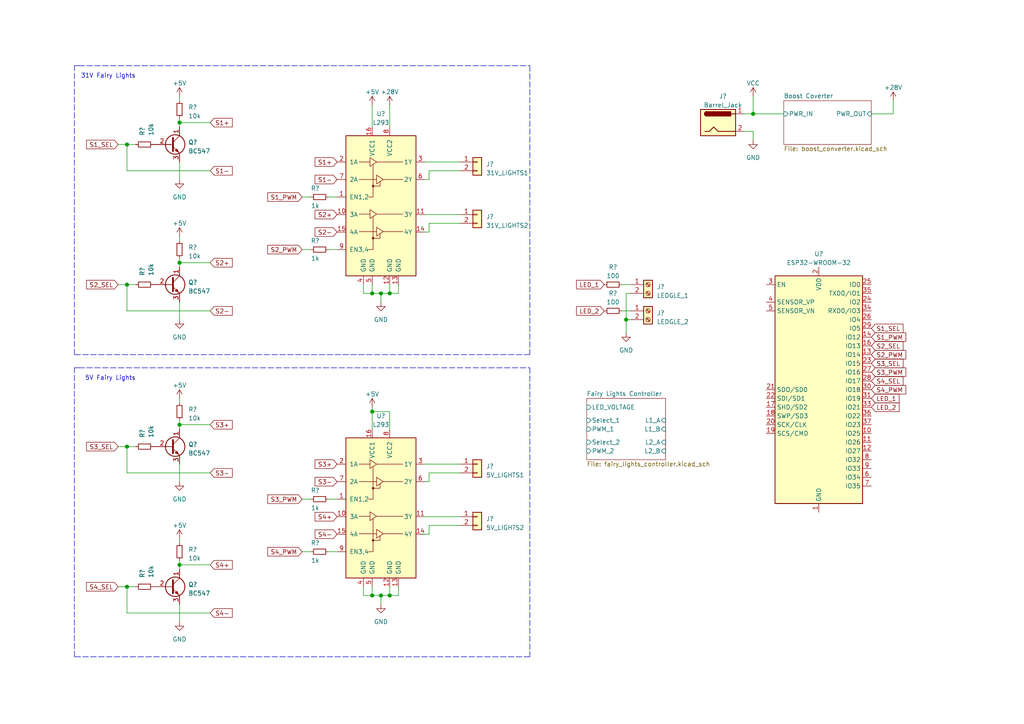
<source format=kicad_sch>
(kicad_sch (version 20210126) (generator eeschema)
  (paper "A4")
  (lib_symbols
    (symbol "Connector:Barrel_Jack" (pin_names (offset 1.016))
      (property "Reference" "J" (at 0 5.334 0))
      (property "Value" "Barrel_Jack" (at 0 -5.08 0))
      (symbol "Barrel_Jack_0_1"
        (arc (start -3.302 3.175) (end -3.302 1.905) (radius (at -3.302 2.54) (length 0.635) (angles 90.1 -90.1)) (stroke (width 0.254)))
        (arc (start -3.302 3.175) (end -3.302 1.905) (radius (at -3.302 2.54) (length 0.635) (angles 90.1 -90.1)) (stroke (width 0.254)) (fill (type outline)))
        (rectangle (start 3.683 3.175) (end -3.302 1.905) (stroke (width 0.254)) (fill (type outline)))
        (rectangle (start -5.08 3.81) (end 5.08 -3.81) (stroke (width 0.254)) (fill (type background)))
        (polyline (pts (xy 5.08 2.54) (xy 3.81 2.54)) (stroke (width 0.254)))
        (polyline (pts (xy -3.81 -2.54) (xy -2.54 -2.54) (xy -1.27 -1.27) (xy 0 -2.54) (xy 2.54 -2.54) (xy 5.08 -2.54)) (stroke (width 0.254)))
      )
      (symbol "Barrel_Jack_1_1"
        (pin passive line (at 7.62 2.54 180) (length 2.54) (name "~") (number "1"))
        (pin passive line (at 7.62 -2.54 180) (length 2.54) (name "~") (number "2"))
      )
    )
    (symbol "Connector:Screw_Terminal_01x02" (pin_names (offset 1.016) hide)
      (property "Reference" "J" (at 0 2.54 0))
      (property "Value" "Screw_Terminal_01x02" (at 0 -5.08 0))
      (symbol "Screw_Terminal_01x02_1_1"
        (circle (center 0 -2.54) (radius 0.635) (stroke (width 0.1524)))
        (circle (center 0 0) (radius 0.635) (stroke (width 0.1524)))
        (rectangle (start -1.27 1.27) (end 1.27 -3.81) (stroke (width 0.254)) (fill (type background)))
        (polyline (pts (xy -0.5334 -2.2098) (xy 0.3302 -3.048)) (stroke (width 0.1524)))
        (polyline (pts (xy -0.5334 0.3302) (xy 0.3302 -0.508)) (stroke (width 0.1524)))
        (polyline (pts (xy -0.3556 -2.032) (xy 0.508 -2.8702)) (stroke (width 0.1524)))
        (polyline (pts (xy -0.3556 0.508) (xy 0.508 -0.3302)) (stroke (width 0.1524)))
        (pin passive line (at -5.08 0 0) (length 3.81) (name "Pin_1") (number "1"))
        (pin passive line (at -5.08 -2.54 0) (length 3.81) (name "Pin_2") (number "2"))
      )
    )
    (symbol "Connector_Generic:Conn_01x02" (pin_names (offset 1.016) hide)
      (property "Reference" "J" (at 0 2.54 0))
      (property "Value" "Conn_01x02" (at 0 -5.08 0))
      (symbol "Conn_01x02_1_1"
        (rectangle (start -1.27 -2.413) (end 0 -2.667) (stroke (width 0.1524)))
        (rectangle (start -1.27 0.127) (end 0 -0.127) (stroke (width 0.1524)))
        (rectangle (start -1.27 1.27) (end 1.27 -3.81) (stroke (width 0.254)) (fill (type background)))
        (pin passive line (at -5.08 0 0) (length 3.81) (name "Pin_1") (number "1"))
        (pin passive line (at -5.08 -2.54 0) (length 3.81) (name "Pin_2") (number "2"))
      )
    )
    (symbol "Device:R_Small" (pin_numbers hide) (pin_names (offset 0.254) hide)
      (property "Reference" "R" (at 0.762 0.508 0))
      (property "Value" "R_Small" (at 0.762 -1.016 0))
      (symbol "R_Small_0_1"
        (rectangle (start -0.762 1.778) (end 0.762 -1.778) (stroke (width 0.2032)))
      )
      (symbol "R_Small_1_1"
        (pin passive line (at 0 2.54 270) (length 0.762) (name "~") (number "1"))
        (pin passive line (at 0 -2.54 90) (length 0.762) (name "~") (number "2"))
      )
    )
    (symbol "Driver_Motor:L293" (pin_names (offset 1.016))
      (property "Reference" "U" (at -5.08 26.035 0))
      (property "Value" "L293" (at -5.08 24.13 0))
      (symbol "L293_0_1"
        (circle (center -2.286 -6.858) (radius 0.254) (fill (type outline)))
        (circle (center -2.286 8.255) (radius 0.254) (fill (type outline)))
        (rectangle (start -10.16 22.86) (end 10.16 -17.78) (stroke (width 0.254)) (fill (type background)))
        (polyline (pts (xy -6.35 -4.953) (xy -1.27 -4.953)))
        (polyline (pts (xy -6.35 0.127) (xy -3.175 0.127)))
        (polyline (pts (xy -6.35 10.16) (xy -1.27 10.16)))
        (polyline (pts (xy -6.35 15.24) (xy -3.175 15.24)))
        (polyline (pts (xy -1.27 0.127) (xy 6.35 0.127)))
        (polyline (pts (xy -1.27 15.24) (xy 6.35 15.24)))
        (polyline (pts (xy 0.635 -4.953) (xy 6.35 -4.953)))
        (polyline (pts (xy 0.635 10.16) (xy 6.35 10.16)))
        (polyline (pts (xy -2.286 -6.858) (xy -0.254 -6.858) (xy -0.254 -5.588)))
        (polyline (pts (xy -2.286 -0.635) (xy -2.286 -10.16) (xy -3.556 -10.16)))
        (polyline (pts (xy -2.286 8.255) (xy -0.254 8.255) (xy -0.254 9.525)))
        (polyline (pts (xy -2.286 14.478) (xy -2.286 5.08) (xy -3.556 5.08)))
        (polyline (pts (xy -3.175 1.397) (xy -3.175 -1.143) (xy -1.27 0.127) (xy -3.175 1.397)))
        (polyline (pts (xy -3.175 16.51) (xy -3.175 13.97) (xy -1.27 15.24) (xy -3.175 16.51)))
        (polyline (pts (xy -1.27 -3.683) (xy -1.27 -6.223) (xy 0.635 -4.953) (xy -1.27 -3.683)))
        (polyline (pts (xy -1.27 11.43) (xy -1.27 8.89) (xy 0.635 10.16) (xy -1.27 11.43)))
      )
      (symbol "L293_1_1"
        (pin input line (at -12.7 5.08 0) (length 2.54) (name "EN1,2") (number "1"))
        (pin input line (at -12.7 0 0) (length 2.54) (name "3A") (number "10"))
        (pin output line (at 12.7 0 180) (length 2.54) (name "3Y") (number "11"))
        (pin power_in line (at 2.54 -20.32 90) (length 2.54) (name "GND") (number "12"))
        (pin power_in line (at 5.08 -20.32 90) (length 2.54) (name "GND") (number "13"))
        (pin output line (at 12.7 -5.08 180) (length 2.54) (name "4Y") (number "14"))
        (pin input line (at -12.7 -5.08 0) (length 2.54) (name "4A") (number "15"))
        (pin power_in line (at -2.54 25.4 270) (length 2.54) (name "VCC1") (number "16"))
        (pin input line (at -12.7 15.24 0) (length 2.54) (name "1A") (number "2"))
        (pin output line (at 12.7 15.24 180) (length 2.54) (name "1Y") (number "3"))
        (pin power_in line (at -5.08 -20.32 90) (length 2.54) (name "GND") (number "4"))
        (pin power_in line (at -2.54 -20.32 90) (length 2.54) (name "GND") (number "5"))
        (pin output line (at 12.7 10.16 180) (length 2.54) (name "2Y") (number "6"))
        (pin input line (at -12.7 10.16 0) (length 2.54) (name "2A") (number "7"))
        (pin power_in line (at 2.54 25.4 270) (length 2.54) (name "VCC2") (number "8"))
        (pin input line (at -12.7 -10.16 0) (length 2.54) (name "EN3,4") (number "9"))
      )
    )
    (symbol "RF_Module:ESP32-WROOM-32"
      (property "Reference" "U" (at -12.7 34.29 0))
      (property "Value" "ESP32-WROOM-32" (at 1.27 34.29 0))
      (symbol "ESP32-WROOM-32_0_1"
        (rectangle (start -12.7 33.02) (end 12.7 -33.02) (stroke (width 0.254)) (fill (type background)))
      )
      (symbol "ESP32-WROOM-32_1_1"
        (pin power_in line (at 0 -35.56 90) (length 2.54) (name "GND") (number "1"))
        (pin bidirectional line (at 15.24 -12.7 180) (length 2.54) (name "IO25") (number "10"))
        (pin bidirectional line (at 15.24 -15.24 180) (length 2.54) (name "IO26") (number "11"))
        (pin bidirectional line (at 15.24 -17.78 180) (length 2.54) (name "IO27") (number "12"))
        (pin bidirectional line (at 15.24 10.16 180) (length 2.54) (name "IO14") (number "13"))
        (pin bidirectional line (at 15.24 15.24 180) (length 2.54) (name "IO12") (number "14"))
        (pin passive line (at 0 -35.56 90) (length 2.54) hide (name "GND") (number "15"))
        (pin bidirectional line (at 15.24 12.7 180) (length 2.54) (name "IO13") (number "16"))
        (pin bidirectional line (at -15.24 -5.08 0) (length 2.54) (name "SHD/SD2") (number "17"))
        (pin bidirectional line (at -15.24 -7.62 0) (length 2.54) (name "SWP/SD3") (number "18"))
        (pin bidirectional line (at -15.24 -12.7 0) (length 2.54) (name "SCS/CMD") (number "19"))
        (pin power_in line (at 0 35.56 270) (length 2.54) (name "VDD") (number "2"))
        (pin bidirectional line (at -15.24 -10.16 0) (length 2.54) (name "SCK/CLK") (number "20"))
        (pin bidirectional line (at -15.24 0 0) (length 2.54) (name "SDO/SD0") (number "21"))
        (pin bidirectional line (at -15.24 -2.54 0) (length 2.54) (name "SDI/SD1") (number "22"))
        (pin bidirectional line (at 15.24 7.62 180) (length 2.54) (name "IO15") (number "23"))
        (pin bidirectional line (at 15.24 25.4 180) (length 2.54) (name "IO2") (number "24"))
        (pin bidirectional line (at 15.24 30.48 180) (length 2.54) (name "IO0") (number "25"))
        (pin bidirectional line (at 15.24 20.32 180) (length 2.54) (name "IO4") (number "26"))
        (pin bidirectional line (at 15.24 5.08 180) (length 2.54) (name "IO16") (number "27"))
        (pin bidirectional line (at 15.24 2.54 180) (length 2.54) (name "IO17") (number "28"))
        (pin bidirectional line (at 15.24 17.78 180) (length 2.54) (name "IO5") (number "29"))
        (pin input line (at -15.24 30.48 0) (length 2.54) (name "EN") (number "3"))
        (pin bidirectional line (at 15.24 0 180) (length 2.54) (name "IO18") (number "30"))
        (pin bidirectional line (at 15.24 -2.54 180) (length 2.54) (name "IO19") (number "31"))
        (pin no_connect line (at -12.7 -27.94 0) (length 2.54) hide (name "NC") (number "32"))
        (pin bidirectional line (at 15.24 -5.08 180) (length 2.54) (name "IO21") (number "33"))
        (pin bidirectional line (at 15.24 22.86 180) (length 2.54) (name "RXD0/IO3") (number "34"))
        (pin bidirectional line (at 15.24 27.94 180) (length 2.54) (name "TXD0/IO1") (number "35"))
        (pin bidirectional line (at 15.24 -7.62 180) (length 2.54) (name "IO22") (number "36"))
        (pin bidirectional line (at 15.24 -10.16 180) (length 2.54) (name "IO23") (number "37"))
        (pin passive line (at 0 -35.56 90) (length 2.54) hide (name "GND") (number "38"))
        (pin passive line (at 0 -35.56 90) (length 2.54) hide (name "GND") (number "39"))
        (pin input line (at -15.24 25.4 0) (length 2.54) (name "SENSOR_VP") (number "4"))
        (pin input line (at -15.24 22.86 0) (length 2.54) (name "SENSOR_VN") (number "5"))
        (pin input line (at 15.24 -25.4 180) (length 2.54) (name "IO34") (number "6"))
        (pin input line (at 15.24 -27.94 180) (length 2.54) (name "IO35") (number "7"))
        (pin bidirectional line (at 15.24 -20.32 180) (length 2.54) (name "IO32") (number "8"))
        (pin bidirectional line (at 15.24 -22.86 180) (length 2.54) (name "IO33") (number "9"))
      )
    )
    (symbol "Transistor_BJT:BC547" (pin_names (offset 0) hide)
      (property "Reference" "Q" (at 5.08 1.905 0))
      (property "Value" "BC547" (at 5.08 0 0))
      (symbol "BC547_0_1"
        (circle (center 1.27 0) (radius 2.8194) (stroke (width 0.254)))
        (polyline (pts (xy 0 0) (xy 0.635 0)))
        (polyline (pts (xy 0.635 0.635) (xy 2.54 2.54)))
        (polyline (pts (xy 0.635 -0.635) (xy 2.54 -2.54) (xy 2.54 -2.54)))
        (polyline (pts (xy 0.635 1.905) (xy 0.635 -1.905) (xy 0.635 -1.905)) (stroke (width 0.508)))
        (polyline (pts (xy 1.27 -1.778) (xy 1.778 -1.27) (xy 2.286 -2.286) (xy 1.27 -1.778) (xy 1.27 -1.778)) (fill (type outline)))
      )
      (symbol "BC547_1_1"
        (pin passive line (at 2.54 5.08 270) (length 2.54) (name "C") (number "1"))
        (pin input line (at -5.08 0 0) (length 5.08) (name "B") (number "2"))
        (pin passive line (at 2.54 -5.08 90) (length 2.54) (name "E") (number "3"))
      )
    )
    (symbol "power:+28V" (power) (pin_names (offset 0))
      (property "Value" "+28V" (at 0 3.81 0))
      (symbol "+28V_0_1"
        (polyline (pts (xy -0.762 1.27) (xy 0 2.54)))
        (polyline (pts (xy 0 0) (xy 0 2.54)))
        (polyline (pts (xy 0 2.54) (xy 0.762 1.27)))
      )
      (symbol "+28V_1_1"
        (pin power_in line (at 0 0 90) (length 0) hide (name "+28V") (number "1"))
      )
    )
    (symbol "power:+5V" (power) (pin_names (offset 0))
      (property "Value" "+5V" (at 0 3.556 0))
      (symbol "+5V_0_1"
        (polyline (pts (xy -0.762 1.27) (xy 0 2.54)))
        (polyline (pts (xy 0 0) (xy 0 2.54)))
        (polyline (pts (xy 0 2.54) (xy 0.762 1.27)))
      )
      (symbol "+5V_1_1"
        (pin power_in line (at 0 0 90) (length 0) hide (name "+5V") (number "1"))
      )
    )
    (symbol "power:GND" (power) (pin_names (offset 0))
      (property "Value" "GND" (at 0 -3.81 0))
      (symbol "GND_0_1"
        (polyline (pts (xy 0 0) (xy 0 -1.27) (xy 1.27 -1.27) (xy 0 -2.54) (xy -1.27 -1.27) (xy 0 -1.27)))
      )
      (symbol "GND_1_1"
        (pin power_in line (at 0 0 270) (length 0) hide (name "GND") (number "1"))
      )
    )
    (symbol "power:VCC" (power) (pin_names (offset 0))
      (property "Value" "VCC" (at 0 3.81 0))
      (symbol "VCC_0_1"
        (polyline (pts (xy -0.762 1.27) (xy 0 2.54)))
        (polyline (pts (xy 0 0) (xy 0 2.54)))
        (polyline (pts (xy 0 2.54) (xy 0.762 1.27)))
      )
      (symbol "VCC_1_1"
        (pin power_in line (at 0 0 90) (length 0) hide (name "VCC") (number "1"))
      )
    )
  )
  (junction (at 36.83 41.91) (diameter 1.016))
  (junction (at 36.83 82.55) (diameter 1.016))
  (junction (at 36.83 129.54) (diameter 1.016))
  (junction (at 36.83 170.18) (diameter 1.016))
  (junction (at 52.07 35.56) (diameter 1.016))
  (junction (at 52.07 76.2) (diameter 1.016))
  (junction (at 52.07 123.19) (diameter 1.016))
  (junction (at 52.07 163.83) (diameter 1.016))
  (junction (at 107.95 85.09) (diameter 1.016))
  (junction (at 107.95 119.38) (diameter 1.016))
  (junction (at 107.95 172.72) (diameter 1.016))
  (junction (at 110.49 85.09) (diameter 1.016))
  (junction (at 110.49 172.72) (diameter 1.016))
  (junction (at 113.03 85.09) (diameter 1.016))
  (junction (at 113.03 172.72) (diameter 1.016))
  (junction (at 181.61 92.71) (diameter 1.016))
  (junction (at 218.44 33.02) (diameter 1.016))
  (wire (pts (xy 34.29 41.91) (xy 36.83 41.91)))
  (wire (pts (xy 34.29 82.55) (xy 36.83 82.55)))
  (wire (pts (xy 34.29 129.54) (xy 36.83 129.54)))
  (wire (pts (xy 34.29 170.18) (xy 36.83 170.18)))
  (wire (pts (xy 36.83 41.91) (xy 39.37 41.91)))
  (wire (pts (xy 36.83 49.53) (xy 36.83 41.91)))
  (wire (pts (xy 36.83 49.53) (xy 60.96 49.53)))
  (wire (pts (xy 36.83 82.55) (xy 39.37 82.55)))
  (wire (pts (xy 36.83 90.17) (xy 36.83 82.55)))
  (wire (pts (xy 36.83 90.17) (xy 60.96 90.17)))
  (wire (pts (xy 36.83 129.54) (xy 39.37 129.54)))
  (wire (pts (xy 36.83 137.16) (xy 36.83 129.54)))
  (wire (pts (xy 36.83 137.16) (xy 60.96 137.16)))
  (wire (pts (xy 36.83 170.18) (xy 39.37 170.18)))
  (wire (pts (xy 36.83 177.8) (xy 36.83 170.18)))
  (wire (pts (xy 36.83 177.8) (xy 60.96 177.8)))
  (wire (pts (xy 52.07 27.94) (xy 52.07 29.21)))
  (wire (pts (xy 52.07 34.29) (xy 52.07 35.56)))
  (wire (pts (xy 52.07 35.56) (xy 52.07 36.83)))
  (wire (pts (xy 52.07 35.56) (xy 60.96 35.56)))
  (wire (pts (xy 52.07 46.99) (xy 52.07 52.07)))
  (wire (pts (xy 52.07 68.58) (xy 52.07 69.85)))
  (wire (pts (xy 52.07 74.93) (xy 52.07 76.2)))
  (wire (pts (xy 52.07 76.2) (xy 52.07 77.47)))
  (wire (pts (xy 52.07 76.2) (xy 60.96 76.2)))
  (wire (pts (xy 52.07 87.63) (xy 52.07 92.71)))
  (wire (pts (xy 52.07 115.57) (xy 52.07 116.84)))
  (wire (pts (xy 52.07 121.92) (xy 52.07 123.19)))
  (wire (pts (xy 52.07 123.19) (xy 52.07 124.46)))
  (wire (pts (xy 52.07 123.19) (xy 60.96 123.19)))
  (wire (pts (xy 52.07 134.62) (xy 52.07 139.7)))
  (wire (pts (xy 52.07 156.21) (xy 52.07 157.48)))
  (wire (pts (xy 52.07 162.56) (xy 52.07 163.83)))
  (wire (pts (xy 52.07 163.83) (xy 52.07 165.1)))
  (wire (pts (xy 52.07 163.83) (xy 60.96 163.83)))
  (wire (pts (xy 52.07 175.26) (xy 52.07 180.34)))
  (wire (pts (xy 87.63 57.15) (xy 90.17 57.15)))
  (wire (pts (xy 87.63 72.39) (xy 90.17 72.39)))
  (wire (pts (xy 87.63 144.78) (xy 90.17 144.78)))
  (wire (pts (xy 87.63 160.02) (xy 90.17 160.02)))
  (wire (pts (xy 95.25 57.15) (xy 97.79 57.15)))
  (wire (pts (xy 95.25 72.39) (xy 97.79 72.39)))
  (wire (pts (xy 95.25 144.78) (xy 97.79 144.78)))
  (wire (pts (xy 95.25 160.02) (xy 97.79 160.02)))
  (wire (pts (xy 105.41 82.55) (xy 105.41 85.09)))
  (wire (pts (xy 105.41 85.09) (xy 107.95 85.09)))
  (wire (pts (xy 105.41 170.18) (xy 105.41 172.72)))
  (wire (pts (xy 105.41 172.72) (xy 107.95 172.72)))
  (wire (pts (xy 107.95 30.48) (xy 107.95 36.83)))
  (wire (pts (xy 107.95 82.55) (xy 107.95 85.09)))
  (wire (pts (xy 107.95 85.09) (xy 110.49 85.09)))
  (wire (pts (xy 107.95 118.11) (xy 107.95 119.38)))
  (wire (pts (xy 107.95 119.38) (xy 107.95 124.46)))
  (wire (pts (xy 107.95 170.18) (xy 107.95 172.72)))
  (wire (pts (xy 107.95 172.72) (xy 110.49 172.72)))
  (wire (pts (xy 110.49 85.09) (xy 110.49 87.63)))
  (wire (pts (xy 110.49 85.09) (xy 113.03 85.09)))
  (wire (pts (xy 110.49 172.72) (xy 110.49 175.26)))
  (wire (pts (xy 110.49 172.72) (xy 113.03 172.72)))
  (wire (pts (xy 113.03 30.48) (xy 113.03 36.83)))
  (wire (pts (xy 113.03 82.55) (xy 113.03 85.09)))
  (wire (pts (xy 113.03 85.09) (xy 115.57 85.09)))
  (wire (pts (xy 113.03 119.38) (xy 107.95 119.38)))
  (wire (pts (xy 113.03 124.46) (xy 113.03 119.38)))
  (wire (pts (xy 113.03 170.18) (xy 113.03 172.72)))
  (wire (pts (xy 113.03 172.72) (xy 115.57 172.72)))
  (wire (pts (xy 115.57 82.55) (xy 115.57 85.09)))
  (wire (pts (xy 115.57 170.18) (xy 115.57 172.72)))
  (wire (pts (xy 123.19 46.99) (xy 133.35 46.99)))
  (wire (pts (xy 123.19 52.07) (xy 124.46 52.07)))
  (wire (pts (xy 123.19 62.23) (xy 133.35 62.23)))
  (wire (pts (xy 123.19 67.31) (xy 124.46 67.31)))
  (wire (pts (xy 123.19 134.62) (xy 133.35 134.62)))
  (wire (pts (xy 123.19 139.7) (xy 124.46 139.7)))
  (wire (pts (xy 123.19 149.86) (xy 133.35 149.86)))
  (wire (pts (xy 123.19 154.94) (xy 124.46 154.94)))
  (wire (pts (xy 124.46 49.53) (xy 133.35 49.53)))
  (wire (pts (xy 124.46 52.07) (xy 124.46 49.53)))
  (wire (pts (xy 124.46 64.77) (xy 133.35 64.77)))
  (wire (pts (xy 124.46 67.31) (xy 124.46 64.77)))
  (wire (pts (xy 124.46 137.16) (xy 133.35 137.16)))
  (wire (pts (xy 124.46 139.7) (xy 124.46 137.16)))
  (wire (pts (xy 124.46 152.4) (xy 133.35 152.4)))
  (wire (pts (xy 124.46 154.94) (xy 124.46 152.4)))
  (wire (pts (xy 180.34 82.55) (xy 182.88 82.55)))
  (wire (pts (xy 180.34 90.17) (xy 182.88 90.17)))
  (wire (pts (xy 181.61 85.09) (xy 181.61 92.71)))
  (wire (pts (xy 181.61 92.71) (xy 181.61 96.52)))
  (wire (pts (xy 181.61 92.71) (xy 182.88 92.71)))
  (wire (pts (xy 182.88 85.09) (xy 181.61 85.09)))
  (wire (pts (xy 215.9 33.02) (xy 218.44 33.02)))
  (wire (pts (xy 215.9 38.1) (xy 218.44 38.1)))
  (wire (pts (xy 218.44 27.94) (xy 218.44 33.02)))
  (wire (pts (xy 218.44 33.02) (xy 227.33 33.02)))
  (wire (pts (xy 218.44 38.1) (xy 218.44 40.64)))
  (wire (pts (xy 252.73 33.02) (xy 259.08 33.02)))
  (wire (pts (xy 259.08 29.21) (xy 259.08 33.02)))
  (polyline (pts (xy 21.59 19.05) (xy 22.86 19.05)) (stroke (width 0) (type dash)))
  (polyline (pts (xy 21.59 102.87) (xy 21.59 19.05)) (stroke (width 0) (type dash)))
  (polyline (pts (xy 21.59 106.68) (xy 22.86 106.68)) (stroke (width 0) (type dash)))
  (polyline (pts (xy 21.59 190.5) (xy 21.59 106.68)) (stroke (width 0) (type dash)))
  (polyline (pts (xy 22.86 19.05) (xy 153.67 19.05)) (stroke (width 0) (type dash)))
  (polyline (pts (xy 22.86 106.68) (xy 153.67 106.68)) (stroke (width 0) (type dash)))
  (polyline (pts (xy 153.67 19.05) (xy 153.67 102.87)) (stroke (width 0) (type dash)))
  (polyline (pts (xy 153.67 102.87) (xy 21.59 102.87)) (stroke (width 0) (type dash)))
  (polyline (pts (xy 153.67 106.68) (xy 153.67 190.5)) (stroke (width 0) (type dash)))
  (polyline (pts (xy 153.67 190.5) (xy 21.59 190.5)) (stroke (width 0) (type dash)))
  (text "31V Fairy Lights" (at 39.37 22.86 180) (effects (font (size 1.27 1.27)) (justify right bottom)))
  (text "5V Fairy Lights" (at 39.37 110.49 180) (effects (font (size 1.27 1.27)) (justify right bottom)))
  (global_label "S1_SEL" (shape input) (at 34.29 41.91 180) (property "Intersheet References" "${INTERSHEET_REFS}" (effects hide)))
  (global_label "S2_SEL" (shape input) (at 34.29 82.55 180) (property "Intersheet References" "${INTERSHEET_REFS}" (effects hide)))
  (global_label "S3_SEL" (shape input) (at 34.29 129.54 180) (property "Intersheet References" "${INTERSHEET_REFS}" (effects hide)))
  (global_label "S4_SEL" (shape input) (at 34.29 170.18 180) (property "Intersheet References" "${INTERSHEET_REFS}" (effects hide)))
  (global_label "S1+" (shape input) (at 60.96 35.56 0) (property "Intersheet References" "${INTERSHEET_REFS}" (effects hide)))
  (global_label "S1-" (shape input) (at 60.96 49.53 0) (property "Intersheet References" "${INTERSHEET_REFS}" (effects hide)))
  (global_label "S2+" (shape input) (at 60.96 76.2 0) (property "Intersheet References" "${INTERSHEET_REFS}" (effects hide)))
  (global_label "S2-" (shape input) (at 60.96 90.17 0) (property "Intersheet References" "${INTERSHEET_REFS}" (effects hide)))
  (global_label "S3+" (shape input) (at 60.96 123.19 0) (property "Intersheet References" "${INTERSHEET_REFS}" (effects hide)))
  (global_label "S3-" (shape input) (at 60.96 137.16 0) (property "Intersheet References" "${INTERSHEET_REFS}" (effects hide)))
  (global_label "S4+" (shape input) (at 60.96 163.83 0) (property "Intersheet References" "${INTERSHEET_REFS}" (effects hide)))
  (global_label "S4-" (shape input) (at 60.96 177.8 0) (property "Intersheet References" "${INTERSHEET_REFS}" (effects hide)))
  (global_label "S1_PWM" (shape input) (at 87.63 57.15 180) (property "Intersheet References" "${INTERSHEET_REFS}" (effects hide)))
  (global_label "S2_PWM" (shape input) (at 87.63 72.39 180) (property "Intersheet References" "${INTERSHEET_REFS}" (effects hide)))
  (global_label "S3_PWM" (shape input) (at 87.63 144.78 180) (property "Intersheet References" "${INTERSHEET_REFS}" (effects hide)))
  (global_label "S4_PWM" (shape input) (at 87.63 160.02 180) (property "Intersheet References" "${INTERSHEET_REFS}" (effects hide)))
  (global_label "S1+" (shape input) (at 97.79 46.99 180) (property "Intersheet References" "${INTERSHEET_REFS}" (effects hide)))
  (global_label "S1-" (shape input) (at 97.79 52.07 180) (property "Intersheet References" "${INTERSHEET_REFS}" (effects hide)))
  (global_label "S2+" (shape input) (at 97.79 62.23 180) (property "Intersheet References" "${INTERSHEET_REFS}" (effects hide)))
  (global_label "S2-" (shape input) (at 97.79 67.31 180) (property "Intersheet References" "${INTERSHEET_REFS}" (effects hide)))
  (global_label "S3+" (shape input) (at 97.79 134.62 180) (property "Intersheet References" "${INTERSHEET_REFS}" (effects hide)))
  (global_label "S3-" (shape input) (at 97.79 139.7 180) (property "Intersheet References" "${INTERSHEET_REFS}" (effects hide)))
  (global_label "S4+" (shape input) (at 97.79 149.86 180) (property "Intersheet References" "${INTERSHEET_REFS}" (effects hide)))
  (global_label "S4-" (shape input) (at 97.79 154.94 180) (property "Intersheet References" "${INTERSHEET_REFS}" (effects hide)))
  (global_label "LED_1" (shape input) (at 175.26 82.55 180) (property "Intersheet References" "${INTERSHEET_REFS}" (effects hide)))
  (global_label "LED_2" (shape input) (at 175.26 90.17 180) (property "Intersheet References" "${INTERSHEET_REFS}" (effects hide)))
  (global_label "S1_SEL" (shape input) (at 252.73 95.25 0) (property "Intersheet References" "${INTERSHEET_REFS}" (effects hide)))
  (global_label "S1_PWM" (shape input) (at 252.73 97.79 0) (property "Intersheet References" "${INTERSHEET_REFS}" (effects hide)))
  (global_label "S2_SEL" (shape input) (at 252.73 100.33 0) (property "Intersheet References" "${INTERSHEET_REFS}" (effects hide)))
  (global_label "S2_PWM" (shape input) (at 252.73 102.87 0) (property "Intersheet References" "${INTERSHEET_REFS}" (effects hide)))
  (global_label "S3_SEL" (shape input) (at 252.73 105.41 0) (property "Intersheet References" "${INTERSHEET_REFS}" (effects hide)))
  (global_label "S3_PWM" (shape input) (at 252.73 107.95 0) (property "Intersheet References" "${INTERSHEET_REFS}" (effects hide)))
  (global_label "S4_SEL" (shape input) (at 252.73 110.49 0) (property "Intersheet References" "${INTERSHEET_REFS}" (effects hide)))
  (global_label "S4_PWM" (shape input) (at 252.73 113.03 0) (property "Intersheet References" "${INTERSHEET_REFS}" (effects hide)))
  (global_label "LED_1" (shape input) (at 252.73 115.57 0) (property "Intersheet References" "${INTERSHEET_REFS}" (effects hide)))
  (global_label "LED_2" (shape input) (at 252.73 118.11 0) (property "Intersheet References" "${INTERSHEET_REFS}" (effects hide)))
  (symbol (lib_id "power:+5V") (at 52.07 27.94 0) (unit 1)
    (property "Reference" "#PWR?" (effects hide))
    (property "Value" "+5V" (at 52.07 24.13 0))
  )
  (symbol (lib_id "power:+5V") (at 52.07 68.58 0) (unit 1)
    (property "Reference" "#PWR?" (effects hide))
    (property "Value" "+5V" (at 52.07 64.77 0))
  )
  (symbol (lib_id "power:+5V") (at 52.07 115.57 0) (unit 1)
    (property "Reference" "#PWR?" (effects hide))
    (property "Value" "+5V" (at 52.07 111.76 0))
  )
  (symbol (lib_id "power:+5V") (at 52.07 156.21 0) (unit 1)
    (property "Reference" "#PWR?" (effects hide))
    (property "Value" "+5V" (at 52.07 152.4 0))
  )
  (symbol (lib_id "power:+5V") (at 107.95 30.48 0) (unit 1)
    (property "Reference" "#PWR?" (effects hide))
    (property "Value" "+5V" (at 107.95 26.67 0))
  )
  (symbol (lib_id "power:+5V") (at 107.95 118.11 0) (unit 1)
    (property "Reference" "#PWR?" (effects hide))
    (property "Value" "+5V" (at 107.95 114.3 0))
  )
  (symbol (lib_id "power:+28V") (at 113.03 30.48 0) (unit 1)
    (property "Reference" "#PWR?" (effects hide))
    (property "Value" "+28V" (at 113.03 26.67 0))
  )
  (symbol (lib_id "power:VCC") (at 218.44 27.94 0) (unit 1)
    (property "Reference" "#PWR?" (effects hide))
    (property "Value" "VCC" (at 218.44 24.13 0))
  )
  (symbol (lib_id "power:+28V") (at 259.08 29.21 0) (unit 1)
    (property "Reference" "#PWR?" (effects hide))
    (property "Value" "+28V" (at 259.08 25.4 0))
  )
  (symbol (lib_id "power:GND") (at 52.07 52.07 0) (unit 1)
    (property "Reference" "#PWR?" (effects hide))
    (property "Value" "GND" (at 52.07 57.15 0))
  )
  (symbol (lib_id "power:GND") (at 52.07 92.71 0) (unit 1)
    (property "Reference" "#PWR?" (effects hide))
    (property "Value" "GND" (at 52.07 97.79 0))
  )
  (symbol (lib_id "power:GND") (at 52.07 139.7 0) (unit 1)
    (property "Reference" "#PWR?" (effects hide))
    (property "Value" "GND" (at 52.07 144.78 0))
  )
  (symbol (lib_id "power:GND") (at 52.07 180.34 0) (unit 1)
    (property "Reference" "#PWR?" (effects hide))
    (property "Value" "GND" (at 52.07 185.42 0))
  )
  (symbol (lib_id "power:GND") (at 110.49 87.63 0) (unit 1)
    (property "Reference" "#PWR?" (effects hide))
    (property "Value" "GND" (at 110.49 92.71 0))
  )
  (symbol (lib_id "power:GND") (at 110.49 175.26 0) (unit 1)
    (property "Reference" "#PWR?" (effects hide))
    (property "Value" "GND" (at 110.49 180.34 0))
  )
  (symbol (lib_id "power:GND") (at 181.61 96.52 0) (unit 1)
    (property "Reference" "#PWR?" (effects hide))
    (property "Value" "GND" (at 181.61 101.6 0))
  )
  (symbol (lib_id "power:GND") (at 218.44 40.64 0) (unit 1)
    (property "Reference" "#PWR?" (effects hide))
    (property "Value" "GND" (at 218.44 45.72 0))
  )
  (symbol (lib_id "Device:R_Small") (at 41.91 41.91 90) (unit 1)
    (property "Reference" "R?" (at 41.2749 39.37 0) (effects (justify left)))
    (property "Value" "10k" (at 43.8149 39.37 0) (effects (justify left)))
  )
  (symbol (lib_id "Device:R_Small") (at 41.91 82.55 90) (unit 1)
    (property "Reference" "R?" (at 41.2749 80.01 0) (effects (justify left)))
    (property "Value" "10k" (at 43.8149 80.01 0) (effects (justify left)))
  )
  (symbol (lib_id "Device:R_Small") (at 41.91 129.54 90) (unit 1)
    (property "Reference" "R?" (at 41.2749 127 0) (effects (justify left)))
    (property "Value" "10k" (at 43.8149 127 0) (effects (justify left)))
  )
  (symbol (lib_id "Device:R_Small") (at 41.91 170.18 90) (unit 1)
    (property "Reference" "R?" (at 41.2749 167.64 0) (effects (justify left)))
    (property "Value" "10k" (at 43.8149 167.64 0) (effects (justify left)))
  )
  (symbol (lib_id "Device:R_Small") (at 52.07 31.75 0) (unit 1)
    (property "Reference" "R?" (at 54.61 31.1149 0) (effects (justify left)))
    (property "Value" "10k" (at 54.61 33.6549 0) (effects (justify left)))
  )
  (symbol (lib_id "Device:R_Small") (at 52.07 72.39 0) (unit 1)
    (property "Reference" "R?" (at 54.61 71.7549 0) (effects (justify left)))
    (property "Value" "10k" (at 54.61 74.2949 0) (effects (justify left)))
  )
  (symbol (lib_id "Device:R_Small") (at 52.07 119.38 0) (unit 1)
    (property "Reference" "R?" (at 54.61 118.7449 0) (effects (justify left)))
    (property "Value" "10k" (at 54.61 121.2849 0) (effects (justify left)))
  )
  (symbol (lib_id "Device:R_Small") (at 52.07 160.02 0) (unit 1)
    (property "Reference" "R?" (at 54.61 159.3849 0) (effects (justify left)))
    (property "Value" "10k" (at 54.61 161.9249 0) (effects (justify left)))
  )
  (symbol (lib_id "Device:R_Small") (at 92.71 57.15 90) (mirror x) (unit 1)
    (property "Reference" "R?" (at 91.44 54.61 90))
    (property "Value" "1k" (at 91.44 59.69 90))
  )
  (symbol (lib_id "Device:R_Small") (at 92.71 72.39 90) (mirror x) (unit 1)
    (property "Reference" "R?" (at 91.44 69.85 90))
    (property "Value" "1k" (at 91.44 74.93 90))
  )
  (symbol (lib_id "Device:R_Small") (at 92.71 144.78 90) (mirror x) (unit 1)
    (property "Reference" "R?" (at 91.44 142.24 90))
    (property "Value" "1k" (at 91.44 147.32 90))
  )
  (symbol (lib_id "Device:R_Small") (at 92.71 160.02 90) (mirror x) (unit 1)
    (property "Reference" "R?" (at 91.44 157.48 90))
    (property "Value" "1k" (at 91.44 162.56 90))
  )
  (symbol (lib_id "Device:R_Small") (at 177.8 82.55 90) (unit 1)
    (property "Reference" "R?" (at 177.8 77.47 90))
    (property "Value" "100" (at 177.8 80.01 90))
  )
  (symbol (lib_id "Device:R_Small") (at 177.8 90.17 90) (unit 1)
    (property "Reference" "R?" (at 177.8 85.09 90))
    (property "Value" "100" (at 177.8 87.63 90))
  )
  (symbol (lib_id "Connector_Generic:Conn_01x02") (at 138.43 46.99 0) (unit 1)
    (property "Reference" "J?" (at 140.97 47.6249 0) (effects (justify left)))
    (property "Value" "31V_LIGHTS1" (at 140.97 50.1649 0) (effects (justify left)))
  )
  (symbol (lib_id "Connector_Generic:Conn_01x02") (at 138.43 62.23 0) (unit 1)
    (property "Reference" "J?" (at 140.97 62.8649 0) (effects (justify left)))
    (property "Value" "31V_LIGHTS2" (at 140.97 65.4049 0) (effects (justify left)))
  )
  (symbol (lib_id "Connector_Generic:Conn_01x02") (at 138.43 134.62 0) (unit 1)
    (property "Reference" "J?" (at 140.97 135.2549 0) (effects (justify left)))
    (property "Value" "5V_LIGHTS1" (at 140.97 137.7949 0) (effects (justify left)))
  )
  (symbol (lib_id "Connector_Generic:Conn_01x02") (at 138.43 149.86 0) (unit 1)
    (property "Reference" "J?" (at 140.97 150.4949 0) (effects (justify left)))
    (property "Value" "5V_LIGHTS2" (at 140.97 153.0349 0) (effects (justify left)))
  )
  (symbol (lib_id "Connector:Screw_Terminal_01x02") (at 187.96 82.55 0) (unit 1)
    (property "Reference" "J?" (at 190.5 83.1849 0) (effects (justify left)))
    (property "Value" "LEDGLE_1" (at 190.5 85.7249 0) (effects (justify left)))
  )
  (symbol (lib_id "Connector:Screw_Terminal_01x02") (at 187.96 90.17 0) (unit 1)
    (property "Reference" "J?" (at 190.5 90.8049 0) (effects (justify left)))
    (property "Value" "LEDGLE_2" (at 190.5 93.3449 0) (effects (justify left)))
  )
  (symbol (lib_id "Connector:Barrel_Jack") (at 208.28 35.56 0) (unit 1)
    (property "Reference" "J?" (at 209.677 27.94 0))
    (property "Value" "Barrel_Jack" (at 209.677 30.48 0))
  )
  (symbol (lib_id "Transistor_BJT:BC547") (at 49.53 41.91 0) (unit 1)
    (property "Reference" "Q?" (at 54.61 41.2749 0) (effects (justify left)))
    (property "Value" "BC547" (at 54.61 43.8149 0) (effects (justify left)))
    (property "Footprint" "Package_TO_SOT_THT:TO-92_Inline" (effects hide))
    (property "Datasheet" "https://www.onsemi.com/pub/Collateral/BC550-D.pdf" (effects hide))
  )
  (symbol (lib_id "Transistor_BJT:BC547") (at 49.53 82.55 0) (unit 1)
    (property "Reference" "Q?" (at 54.61 81.9149 0) (effects (justify left)))
    (property "Value" "BC547" (at 54.61 84.4549 0) (effects (justify left)))
    (property "Footprint" "Package_TO_SOT_THT:TO-92_Inline" (effects hide))
    (property "Datasheet" "https://www.onsemi.com/pub/Collateral/BC550-D.pdf" (effects hide))
  )
  (symbol (lib_id "Transistor_BJT:BC547") (at 49.53 129.54 0) (unit 1)
    (property "Reference" "Q?" (at 54.61 128.9049 0) (effects (justify left)))
    (property "Value" "BC547" (at 54.61 131.4449 0) (effects (justify left)))
    (property "Footprint" "Package_TO_SOT_THT:TO-92_Inline" (effects hide))
    (property "Datasheet" "https://www.onsemi.com/pub/Collateral/BC550-D.pdf" (effects hide))
  )
  (symbol (lib_id "Transistor_BJT:BC547") (at 49.53 170.18 0) (unit 1)
    (property "Reference" "Q?" (at 54.61 169.5449 0) (effects (justify left)))
    (property "Value" "BC547" (at 54.61 172.0849 0) (effects (justify left)))
    (property "Footprint" "Package_TO_SOT_THT:TO-92_Inline" (effects hide))
    (property "Datasheet" "https://www.onsemi.com/pub/Collateral/BC550-D.pdf" (effects hide))
  )
  (symbol (lib_id "Driver_Motor:L293") (at 110.49 62.23 0) (unit 1)
    (property "Reference" "U?" (at 110.49 33.02 0))
    (property "Value" "L293" (at 110.49 35.56 0))
    (property "Footprint" "Package_DIP:DIP-16_W7.62mm" (effects hide))
    (property "Datasheet" "http://www.ti.com/lit/ds/symlink/l293.pdf" (effects hide))
  )
  (symbol (lib_id "Driver_Motor:L293") (at 110.49 149.86 0) (unit 1)
    (property "Reference" "U?" (at 110.49 120.65 0))
    (property "Value" "L293" (at 110.49 123.19 0))
    (property "Footprint" "Package_DIP:DIP-16_W7.62mm" (effects hide))
    (property "Datasheet" "http://www.ti.com/lit/ds/symlink/l293.pdf" (effects hide))
  )
  (symbol (lib_id "RF_Module:ESP32-WROOM-32") (at 237.49 113.03 0) (unit 1)
    (property "Reference" "U?" (at 237.49 73.66 0))
    (property "Value" "ESP32-WROOM-32" (at 237.49 76.2 0))
    (property "Footprint" "RF_Module:ESP32-WROOM-32" (effects hide))
    (property "Datasheet" "https://www.espressif.com/sites/default/files/documentation/esp32-wroom-32_datasheet_en.pdf" (effects hide))
  )
  (sheet (at 227.33 29.21) (size 25.4 12.7) (stroke (width 0.0006))
    (property "Sheet name" "Boost Coverter" (at 227.33 28.5743 0) (effects (justify left bottom)))
    (property "Sheet file" "boost_converter.kicad_sch" (at 227.33 42.4187 0) (effects (justify left top)))
    (pin "PWR_IN" input (at 227.33 33.02 180))
    (pin "PWR_OUT" input (at 252.73 33.02 0))
  )
  (sheet (at 170.18 115.57) (size 22.86 17.78) (stroke (width 0.0006))
    (property "Sheet name" "Fairy Lights Controller" (at 170.18 114.9343 0) (effects (justify left bottom)))
    (property "Sheet file" "fairy_lights_controller.kicad_sch" (at 170.18 133.8587 0) (effects (justify left top)))
    (pin "L2_B" input (at 193.04 130.81 0))
    (pin "L1_B" input (at 193.04 124.46 0))
    (pin "L1_A" input (at 193.04 121.92 0))
    (pin "L2_A" input (at 193.04 128.27 0))
    (pin "LED_VOLTAGE" input (at 170.18 118.11 180))
    (pin "Select_1" input (at 170.18 121.92 180))
    (pin "PWM_1" input (at 170.18 124.46 180))
    (pin "PWM_2" input (at 170.18 130.81 180))
    (pin "Select_2" input (at 170.18 128.27 180))
  )
)
</source>
